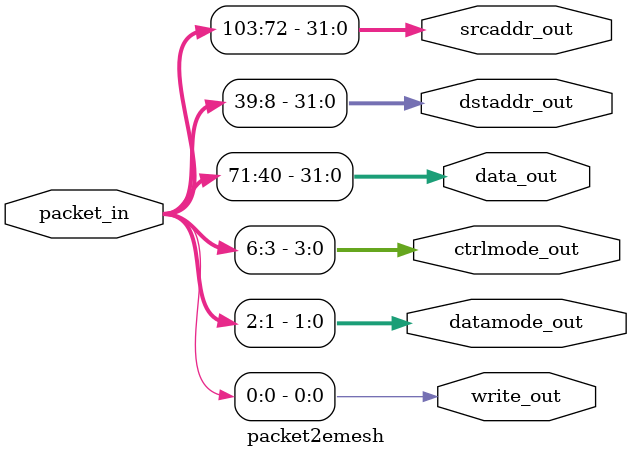
<source format=v>
module packet2emesh(/*AUTOARG*/
   // Outputs
   write_out, datamode_out, ctrlmode_out, data_out, dstaddr_out,
   srcaddr_out,
   // Inputs
   packet_in
   );

   parameter PW      = 104;   //packet width
   parameter DW      = 32;    //data width
   parameter AW      = 32;    //addess width

   //Input packet
   input [PW-1:0]   packet_in;

   //Emesh signal bundle 
   output 	        write_out;
   output [1:0] 	datamode_out;
   output [3:0] 	ctrlmode_out;
   output [DW-1:0] 	data_out; //TODO: fix to make relative to PW
   output [AW-1:0]      dstaddr_out;
   output [AW-1:0]      srcaddr_out;
      
   assign write_out             = packet_in[0];   
   assign datamode_out[1:0]     = packet_in[2:1];   
   assign ctrlmode_out[3:0]     = packet_in[6:3];   
   assign dstaddr_out[31:0]     = packet_in[39:8]; 	 
   assign srcaddr_out[31:0]     = packet_in[103:72];  
   assign data_out[31:0]        = packet_in[71:40];  
      
endmodule // packet2emesh


</source>
